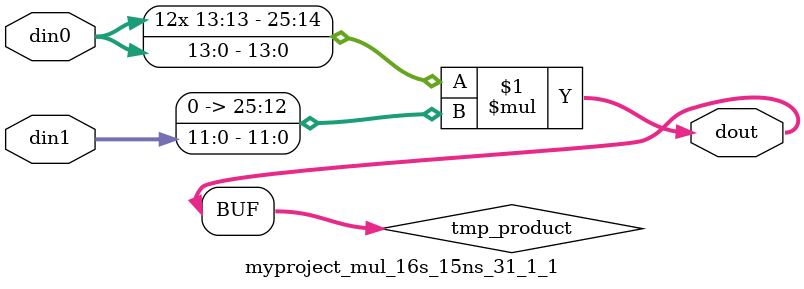
<source format=v>

`timescale 1 ns / 1 ps

  module myproject_mul_16s_15ns_31_1_1(din0, din1, dout);
parameter ID = 1;
parameter NUM_STAGE = 0;
parameter din0_WIDTH = 14;
parameter din1_WIDTH = 12;
parameter dout_WIDTH = 26;

input [din0_WIDTH - 1 : 0] din0; 
input [din1_WIDTH - 1 : 0] din1; 
output [dout_WIDTH - 1 : 0] dout;

wire signed [dout_WIDTH - 1 : 0] tmp_product;












assign tmp_product = $signed(din0) * $signed({1'b0, din1});









assign dout = tmp_product;







endmodule

</source>
